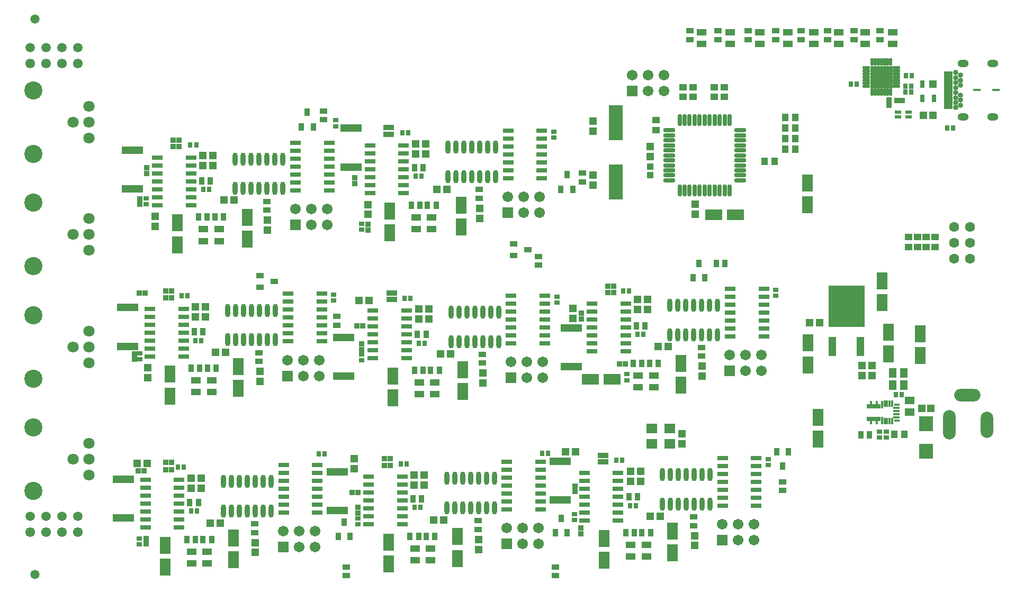
<source format=gts>
G04*
G04 #@! TF.GenerationSoftware,Altium Limited,Altium Designer,19.1.6 (110)*
G04*
G04 Layer_Color=8388736*
%FSLAX25Y25*%
%MOIN*%
G70*
G01*
G75*
%ADD60R,0.08871X0.09461*%
%ADD61R,0.04934X0.03359*%
%ADD62R,0.04698X0.03635*%
%ADD63R,0.03241X0.03241*%
%ADD64R,0.03241X0.03241*%
%ADD65R,0.04934X0.06312*%
%ADD66R,0.06312X0.04343*%
%ADD67R,0.06902X0.03162*%
%ADD68R,0.03241X0.03084*%
%ADD69R,0.13792X0.04934*%
%ADD70R,0.03084X0.03241*%
%ADD71R,0.04540X0.04737*%
%ADD72R,0.03359X0.04934*%
%ADD73R,0.06312X0.04934*%
%ADD74R,0.04737X0.04737*%
%ADD75R,0.09068X0.03162*%
%ADD76R,0.01587X0.05131*%
%ADD77R,0.01587X0.03950*%
%ADD78R,0.03950X0.01784*%
%ADD79R,0.03556X0.01784*%
%ADD80R,0.04343X0.02375*%
%ADD81R,0.13989X0.13989*%
%ADD82O,0.04934X0.01981*%
%ADD83O,0.01981X0.04934*%
%ADD84R,0.22650X0.26391*%
%ADD85R,0.04737X0.12020*%
%ADD86R,0.07099X0.10839*%
%ADD87R,0.04737X0.04540*%
%ADD88R,0.03635X0.04698*%
%ADD89R,0.04343X0.04737*%
%ADD90R,0.05524X0.01981*%
%ADD91R,0.04737X0.01587*%
%ADD92O,0.02965X0.07690*%
%ADD93O,0.07690X0.02965*%
%ADD94R,0.10839X0.07099*%
%ADD95O,0.03162X0.08280*%
%ADD96R,0.04343X0.03950*%
%ADD97R,0.04737X0.04343*%
%ADD98R,0.03162X0.04737*%
%ADD99R,0.08674X0.22453*%
%ADD100R,0.07099X0.06115*%
%ADD101C,0.11430*%
%ADD102C,0.07099*%
%ADD103C,0.06115*%
%ADD104C,0.05918*%
%ADD105O,0.07887X0.18517*%
%ADD106O,0.16548X0.07887*%
%ADD107O,0.07887X0.16548*%
%ADD108C,0.03359*%
%ADD109O,0.07099X0.04737*%
%ADD110R,0.06706X0.06706*%
%ADD111C,0.06706*%
%ADD112C,0.05800*%
%ADD113C,0.06312*%
D60*
X673364Y237194D02*
D03*
Y254517D02*
D03*
D61*
X413660Y367717D02*
D03*
Y360236D02*
D03*
X422715Y363976D02*
D03*
X263071Y344094D02*
D03*
X254016Y340354D02*
D03*
Y347835D02*
D03*
D62*
X457049Y412284D02*
D03*
Y406850D02*
D03*
X524803Y496496D02*
D03*
Y501929D02*
D03*
X594882Y496496D02*
D03*
Y501929D02*
D03*
X611417Y496496D02*
D03*
Y501929D02*
D03*
X542520Y496496D02*
D03*
Y501929D02*
D03*
X627953Y496496D02*
D03*
Y501929D02*
D03*
X561417Y496496D02*
D03*
Y501929D02*
D03*
X644488Y496496D02*
D03*
Y501929D02*
D03*
X578740Y496496D02*
D03*
Y501929D02*
D03*
X302362Y321882D02*
D03*
Y316449D02*
D03*
X294094Y446102D02*
D03*
Y451535D02*
D03*
X429528Y354370D02*
D03*
Y359803D02*
D03*
X308261Y158701D02*
D03*
Y164134D02*
D03*
X439961Y158701D02*
D03*
Y164134D02*
D03*
X583090Y212244D02*
D03*
Y217677D02*
D03*
X392126Y401929D02*
D03*
Y396496D02*
D03*
X394094Y297992D02*
D03*
Y292559D02*
D03*
X250787Y191299D02*
D03*
Y185866D02*
D03*
X258268Y394449D02*
D03*
Y389016D02*
D03*
X253543Y299173D02*
D03*
Y293740D02*
D03*
X391339Y193268D02*
D03*
Y187835D02*
D03*
X531890Y302323D02*
D03*
Y296890D02*
D03*
X527165Y195630D02*
D03*
Y190197D02*
D03*
D63*
X178425Y392638D02*
D03*
Y396181D02*
D03*
X322047Y376457D02*
D03*
Y380000D02*
D03*
X318189Y304720D02*
D03*
Y301177D02*
D03*
X175026Y294976D02*
D03*
Y298519D02*
D03*
X182283Y178543D02*
D03*
Y182087D02*
D03*
X315638Y201711D02*
D03*
Y198168D02*
D03*
X455905Y185039D02*
D03*
Y188583D02*
D03*
X182677Y412045D02*
D03*
Y415588D02*
D03*
X313779Y405709D02*
D03*
Y409252D02*
D03*
X452362Y215158D02*
D03*
Y211614D02*
D03*
X456299Y320472D02*
D03*
Y324016D02*
D03*
X650000Y454921D02*
D03*
Y458465D02*
D03*
D64*
X480547Y292129D02*
D03*
X484091D02*
D03*
X202953Y433071D02*
D03*
X199409D02*
D03*
X336811Y440945D02*
D03*
X333268D02*
D03*
X338779Y336614D02*
D03*
X335236D02*
D03*
X198228Y338189D02*
D03*
X194685D02*
D03*
X198228Y229921D02*
D03*
X194685D02*
D03*
X336024Y232283D02*
D03*
X332480D02*
D03*
X476575Y341142D02*
D03*
X473032D02*
D03*
X471850Y234456D02*
D03*
X468307D02*
D03*
X202953Y429134D02*
D03*
X199409D02*
D03*
X336811Y436614D02*
D03*
X333268D02*
D03*
X338779Y332677D02*
D03*
X335236D02*
D03*
X198228Y333858D02*
D03*
X194685D02*
D03*
X198228Y225500D02*
D03*
X194685D02*
D03*
X336024Y227953D02*
D03*
X332480D02*
D03*
X476575Y337008D02*
D03*
X473032D02*
D03*
X471850Y230315D02*
D03*
X468307D02*
D03*
X318701Y315898D02*
D03*
X315158D02*
D03*
X178150Y336614D02*
D03*
X181693D02*
D03*
X177495Y224803D02*
D03*
X181039D02*
D03*
X315748Y210906D02*
D03*
X312205D02*
D03*
X658465Y457874D02*
D03*
X654921D02*
D03*
D65*
X659465Y278740D02*
D03*
X652378D02*
D03*
X652362Y286221D02*
D03*
X659449D02*
D03*
D66*
X532205Y493720D02*
D03*
Y501200D02*
D03*
X602598Y493720D02*
D03*
Y501200D02*
D03*
X618504Y493720D02*
D03*
Y501200D02*
D03*
X550079Y493720D02*
D03*
Y501200D02*
D03*
X635197Y493720D02*
D03*
Y501200D02*
D03*
X568740Y493720D02*
D03*
Y501200D02*
D03*
X652283Y493720D02*
D03*
Y501200D02*
D03*
X586220Y493720D02*
D03*
Y501200D02*
D03*
X228346Y376969D02*
D03*
Y369488D02*
D03*
X362205Y384449D02*
D03*
Y376969D02*
D03*
X364173Y280512D02*
D03*
Y273031D02*
D03*
X223622Y281693D02*
D03*
Y274213D02*
D03*
X220866Y173819D02*
D03*
Y166339D02*
D03*
X361417Y175787D02*
D03*
Y168307D02*
D03*
X501968Y284842D02*
D03*
Y277362D02*
D03*
X497244Y178150D02*
D03*
Y170669D02*
D03*
X218504Y376969D02*
D03*
Y369488D02*
D03*
X352362Y384449D02*
D03*
Y376969D02*
D03*
X354331Y280512D02*
D03*
Y273031D02*
D03*
X213779Y281693D02*
D03*
Y274213D02*
D03*
X211024Y173819D02*
D03*
Y166339D02*
D03*
X351575Y175787D02*
D03*
Y168307D02*
D03*
X492126Y284842D02*
D03*
Y277362D02*
D03*
X487402Y178150D02*
D03*
Y170669D02*
D03*
D67*
X210630Y392087D02*
D03*
Y397087D02*
D03*
Y402087D02*
D03*
Y407087D02*
D03*
Y412087D02*
D03*
Y417087D02*
D03*
Y422087D02*
D03*
X189370Y392087D02*
D03*
Y397087D02*
D03*
Y402087D02*
D03*
Y407087D02*
D03*
Y412087D02*
D03*
Y417087D02*
D03*
Y422087D02*
D03*
X205906Y296811D02*
D03*
Y301811D02*
D03*
Y306811D02*
D03*
Y311811D02*
D03*
Y316811D02*
D03*
Y321811D02*
D03*
Y326811D02*
D03*
X184646Y296811D02*
D03*
Y301811D02*
D03*
Y306811D02*
D03*
Y311811D02*
D03*
Y316811D02*
D03*
Y321811D02*
D03*
Y326811D02*
D03*
X297638Y401535D02*
D03*
Y406535D02*
D03*
Y411535D02*
D03*
Y416535D02*
D03*
Y421535D02*
D03*
Y426535D02*
D03*
Y431535D02*
D03*
X276378Y401535D02*
D03*
Y406535D02*
D03*
Y411535D02*
D03*
Y416535D02*
D03*
Y421535D02*
D03*
Y426535D02*
D03*
Y431535D02*
D03*
X433465Y305079D02*
D03*
Y310079D02*
D03*
Y315079D02*
D03*
Y320079D02*
D03*
Y325079D02*
D03*
Y330079D02*
D03*
Y335079D02*
D03*
X412205Y305079D02*
D03*
Y310079D02*
D03*
Y315079D02*
D03*
Y320079D02*
D03*
Y325079D02*
D03*
Y330079D02*
D03*
Y335079D02*
D03*
X290158Y198386D02*
D03*
Y203386D02*
D03*
Y208386D02*
D03*
Y213386D02*
D03*
Y218386D02*
D03*
Y223386D02*
D03*
Y228386D02*
D03*
X268898Y198386D02*
D03*
Y203386D02*
D03*
Y208386D02*
D03*
Y213386D02*
D03*
Y218386D02*
D03*
Y223386D02*
D03*
Y228386D02*
D03*
X430709Y200354D02*
D03*
Y205354D02*
D03*
Y210354D02*
D03*
Y215354D02*
D03*
Y220354D02*
D03*
Y225354D02*
D03*
Y230354D02*
D03*
X409449Y200354D02*
D03*
Y205354D02*
D03*
Y210354D02*
D03*
Y215354D02*
D03*
Y220354D02*
D03*
Y225354D02*
D03*
Y230354D02*
D03*
X323228Y429567D02*
D03*
Y424567D02*
D03*
Y419567D02*
D03*
Y414567D02*
D03*
Y409567D02*
D03*
Y404567D02*
D03*
Y399567D02*
D03*
X344488Y429567D02*
D03*
Y424567D02*
D03*
Y419567D02*
D03*
Y414567D02*
D03*
Y409567D02*
D03*
Y404567D02*
D03*
Y399567D02*
D03*
X410236Y439016D02*
D03*
Y434016D02*
D03*
Y429016D02*
D03*
Y424016D02*
D03*
Y419016D02*
D03*
Y414016D02*
D03*
Y409016D02*
D03*
X431496Y439016D02*
D03*
Y434016D02*
D03*
Y429016D02*
D03*
Y424016D02*
D03*
Y419016D02*
D03*
Y414016D02*
D03*
Y409016D02*
D03*
X545276Y232716D02*
D03*
Y227716D02*
D03*
Y222716D02*
D03*
Y217717D02*
D03*
Y212717D02*
D03*
Y207716D02*
D03*
Y202716D02*
D03*
X566535Y232716D02*
D03*
Y227716D02*
D03*
Y222716D02*
D03*
Y217717D02*
D03*
Y212717D02*
D03*
Y207716D02*
D03*
Y202716D02*
D03*
X550000Y339409D02*
D03*
Y334409D02*
D03*
Y329410D02*
D03*
Y324410D02*
D03*
Y319409D02*
D03*
Y314409D02*
D03*
Y309409D02*
D03*
X571260Y339409D02*
D03*
Y334409D02*
D03*
Y329410D02*
D03*
Y324410D02*
D03*
Y319409D02*
D03*
Y314409D02*
D03*
Y309409D02*
D03*
X271654Y336260D02*
D03*
Y331260D02*
D03*
Y326260D02*
D03*
Y321260D02*
D03*
Y316260D02*
D03*
Y311260D02*
D03*
Y306260D02*
D03*
X292913Y336260D02*
D03*
Y331260D02*
D03*
Y326260D02*
D03*
Y321260D02*
D03*
Y316260D02*
D03*
Y311260D02*
D03*
Y306260D02*
D03*
X458268Y223268D02*
D03*
Y218268D02*
D03*
Y213268D02*
D03*
Y208268D02*
D03*
Y203268D02*
D03*
Y198268D02*
D03*
Y193268D02*
D03*
X479528Y223268D02*
D03*
Y218268D02*
D03*
Y213268D02*
D03*
Y208268D02*
D03*
Y203268D02*
D03*
Y198268D02*
D03*
Y193268D02*
D03*
X181890Y218937D02*
D03*
Y213937D02*
D03*
Y208937D02*
D03*
Y203937D02*
D03*
Y198937D02*
D03*
Y193937D02*
D03*
Y188937D02*
D03*
X203150Y218937D02*
D03*
Y213937D02*
D03*
Y208937D02*
D03*
Y203937D02*
D03*
Y198937D02*
D03*
Y193937D02*
D03*
Y188937D02*
D03*
X325197Y325630D02*
D03*
Y320630D02*
D03*
Y315630D02*
D03*
Y310630D02*
D03*
Y305630D02*
D03*
Y300630D02*
D03*
Y295630D02*
D03*
X346457Y325630D02*
D03*
Y320630D02*
D03*
Y315630D02*
D03*
Y310630D02*
D03*
Y305630D02*
D03*
Y300630D02*
D03*
Y295630D02*
D03*
X322441Y220905D02*
D03*
Y215905D02*
D03*
Y210906D02*
D03*
Y205906D02*
D03*
Y200905D02*
D03*
Y195905D02*
D03*
Y190905D02*
D03*
X343701Y220905D02*
D03*
Y215905D02*
D03*
Y210906D02*
D03*
Y205906D02*
D03*
Y200905D02*
D03*
Y195905D02*
D03*
Y190905D02*
D03*
X462992Y329961D02*
D03*
Y324961D02*
D03*
Y319961D02*
D03*
Y314961D02*
D03*
Y309961D02*
D03*
Y304961D02*
D03*
Y299961D02*
D03*
X484252Y329961D02*
D03*
Y324961D02*
D03*
Y319961D02*
D03*
Y314961D02*
D03*
Y309961D02*
D03*
Y304961D02*
D03*
Y299961D02*
D03*
D68*
X178347Y295039D02*
D03*
Y298740D02*
D03*
X182283Y392638D02*
D03*
Y396339D02*
D03*
X318189Y376650D02*
D03*
Y380350D02*
D03*
X318110Y294246D02*
D03*
Y297946D02*
D03*
X178150Y178465D02*
D03*
Y182165D02*
D03*
X315638Y191063D02*
D03*
Y194764D02*
D03*
X451968Y193819D02*
D03*
Y197520D02*
D03*
X485039Y281850D02*
D03*
Y285551D02*
D03*
X644095Y245787D02*
D03*
Y249488D02*
D03*
X648425D02*
D03*
Y245787D02*
D03*
X301589Y445551D02*
D03*
Y441850D02*
D03*
X438976Y438465D02*
D03*
Y434764D02*
D03*
X440945Y334528D02*
D03*
Y330827D02*
D03*
X300394Y335709D02*
D03*
Y332008D02*
D03*
X578740Y338858D02*
D03*
Y335157D02*
D03*
X574016Y232165D02*
D03*
Y228465D02*
D03*
D69*
X173622Y402362D02*
D03*
Y426772D02*
D03*
X311417Y416142D02*
D03*
Y440551D02*
D03*
X306693Y284252D02*
D03*
Y308661D02*
D03*
X170783Y303150D02*
D03*
Y327559D02*
D03*
X168110Y194882D02*
D03*
Y219291D02*
D03*
X302756Y199606D02*
D03*
Y224016D02*
D03*
X450000Y314651D02*
D03*
Y290242D02*
D03*
X442913Y206295D02*
D03*
Y230705D02*
D03*
D70*
X213914Y429961D02*
D03*
X210214D02*
D03*
X348701Y333465D02*
D03*
X345000D02*
D03*
X208543Y335039D02*
D03*
X204842D02*
D03*
X206181Y227165D02*
D03*
X202480D02*
D03*
X346339Y229134D02*
D03*
X342638D02*
D03*
X482165Y231496D02*
D03*
X478465D02*
D03*
X690433Y440736D02*
D03*
X686732D02*
D03*
X664055Y467114D02*
D03*
X660354D02*
D03*
X664350Y473622D02*
D03*
X660650D02*
D03*
X660354Y463290D02*
D03*
X664055D02*
D03*
X629803Y468307D02*
D03*
X626102D02*
D03*
X658135Y272654D02*
D03*
X654435D02*
D03*
X218228Y401968D02*
D03*
X221929D02*
D03*
X352087Y410236D02*
D03*
X355787D02*
D03*
X354055Y305118D02*
D03*
X357756D02*
D03*
X213504Y306693D02*
D03*
X217205D02*
D03*
X210748Y199213D02*
D03*
X214449D02*
D03*
X351299Y201575D02*
D03*
X355000D02*
D03*
X491850Y310630D02*
D03*
X495551D02*
D03*
X487126Y202756D02*
D03*
X490827D02*
D03*
X294646Y235311D02*
D03*
X290945D02*
D03*
X435310Y235620D02*
D03*
X431609D02*
D03*
X343819Y437795D02*
D03*
X347520D02*
D03*
X482795Y338189D02*
D03*
X486496D02*
D03*
D71*
X231496Y395276D02*
D03*
X237795D02*
D03*
X365354Y402087D02*
D03*
X371654D02*
D03*
X367717Y298425D02*
D03*
X374016D02*
D03*
X225984Y299213D02*
D03*
X232283D02*
D03*
X222835Y191732D02*
D03*
X229134D02*
D03*
X363386Y193701D02*
D03*
X369685D02*
D03*
X499606Y196063D02*
D03*
X505905D02*
D03*
X504724Y303150D02*
D03*
X511024D02*
D03*
X446457Y236614D02*
D03*
X452756D02*
D03*
X357480Y215748D02*
D03*
X351181D02*
D03*
X357480Y222047D02*
D03*
X351181D02*
D03*
X498032Y326378D02*
D03*
X491732D02*
D03*
X498032Y332677D02*
D03*
X491732D02*
D03*
X219685Y327953D02*
D03*
X213386D02*
D03*
X219685Y321654D02*
D03*
X213386D02*
D03*
X216929Y213779D02*
D03*
X210630D02*
D03*
X216929Y220079D02*
D03*
X210630D02*
D03*
X183071Y229527D02*
D03*
X176772D02*
D03*
X360236Y320472D02*
D03*
X353937D02*
D03*
X360236Y326772D02*
D03*
X353937D02*
D03*
X322835Y332008D02*
D03*
X316535D02*
D03*
X358268Y430709D02*
D03*
X351969D02*
D03*
X358268Y424409D02*
D03*
X351969D02*
D03*
X224410Y423228D02*
D03*
X218110D02*
D03*
X224410Y416929D02*
D03*
X218110D02*
D03*
X493701Y218110D02*
D03*
X487402D02*
D03*
X493701Y224409D02*
D03*
X487402D02*
D03*
X600197Y318110D02*
D03*
X606496D02*
D03*
D72*
X303346Y183307D02*
D03*
X310827D02*
D03*
X307087Y192362D02*
D03*
X439961Y185669D02*
D03*
X447441D02*
D03*
X443701Y194724D02*
D03*
X283858Y450591D02*
D03*
X287598Y441535D02*
D03*
X280118D02*
D03*
X447244Y411221D02*
D03*
X450984Y402165D02*
D03*
X443504D02*
D03*
X530391Y355528D02*
D03*
X534131Y346472D02*
D03*
X526650D02*
D03*
X583071Y227756D02*
D03*
X579331Y236811D02*
D03*
X586811D02*
D03*
D73*
X662992Y261811D02*
D03*
Y268898D02*
D03*
D74*
X670581Y264085D02*
D03*
X676487D02*
D03*
X671850Y448819D02*
D03*
X677756D02*
D03*
Y468307D02*
D03*
D75*
X640354Y257480D02*
D03*
Y265354D02*
D03*
D76*
X638583Y266339D02*
D03*
X642520D02*
D03*
X638583Y256496D02*
D03*
X642520D02*
D03*
X645669D02*
D03*
Y266339D02*
D03*
D77*
X647244Y255906D02*
D03*
X648819D02*
D03*
X650394D02*
D03*
X651968D02*
D03*
Y266929D02*
D03*
X650394D02*
D03*
X648819D02*
D03*
X647244D02*
D03*
D78*
X654724Y260433D02*
D03*
Y258465D02*
D03*
Y262402D02*
D03*
Y264370D02*
D03*
D79*
X654921Y256496D02*
D03*
Y266339D02*
D03*
D80*
X662402Y450787D02*
D03*
Y447638D02*
D03*
X655709Y450787D02*
D03*
Y447638D02*
D03*
D81*
X645276Y472835D02*
D03*
D82*
X635827Y466929D02*
D03*
Y468898D02*
D03*
Y470866D02*
D03*
Y472835D02*
D03*
Y474803D02*
D03*
Y476772D02*
D03*
Y478740D02*
D03*
X654724D02*
D03*
Y476772D02*
D03*
Y474803D02*
D03*
Y472835D02*
D03*
Y470866D02*
D03*
Y468898D02*
D03*
Y466929D02*
D03*
D83*
X639370Y482283D02*
D03*
X641339D02*
D03*
X643307D02*
D03*
X645276D02*
D03*
X647244D02*
D03*
X649213D02*
D03*
X651181D02*
D03*
Y463386D02*
D03*
X649213D02*
D03*
X647244D02*
D03*
X645276D02*
D03*
X643307D02*
D03*
X641339D02*
D03*
X639370D02*
D03*
D84*
X623228Y328465D02*
D03*
D85*
X632205Y303071D02*
D03*
X614252D02*
D03*
D86*
X669614Y311008D02*
D03*
Y297228D02*
D03*
X599213Y291535D02*
D03*
Y305315D02*
D03*
X513740Y172874D02*
D03*
Y186653D02*
D03*
X470866Y182087D02*
D03*
Y168307D02*
D03*
X335039Y179724D02*
D03*
Y165945D02*
D03*
X378346Y169488D02*
D03*
Y183268D02*
D03*
X518898Y278740D02*
D03*
Y292520D02*
D03*
X240551Y276575D02*
D03*
Y290354D02*
D03*
X197244Y285630D02*
D03*
Y271850D02*
D03*
X194488Y177756D02*
D03*
Y163976D02*
D03*
X237402Y168701D02*
D03*
Y182480D02*
D03*
X337795Y284449D02*
D03*
Y270669D02*
D03*
X381614Y274606D02*
D03*
Y288386D02*
D03*
X380669Y378221D02*
D03*
Y392000D02*
D03*
X335827Y388386D02*
D03*
Y374606D02*
D03*
X246063Y370740D02*
D03*
Y384520D02*
D03*
X201969Y380906D02*
D03*
Y367126D02*
D03*
X645571Y330610D02*
D03*
Y344390D02*
D03*
X598819Y406102D02*
D03*
Y392323D02*
D03*
X649606Y312008D02*
D03*
Y298228D02*
D03*
X605512Y258413D02*
D03*
Y244634D02*
D03*
D87*
X639370Y290945D02*
D03*
Y284646D02*
D03*
X499606Y422850D02*
D03*
Y429150D02*
D03*
X528000Y386350D02*
D03*
Y392650D02*
D03*
X258661Y382677D02*
D03*
Y376378D02*
D03*
X392520Y390158D02*
D03*
Y383858D02*
D03*
X394488Y286221D02*
D03*
Y279921D02*
D03*
X253937Y287402D02*
D03*
Y281102D02*
D03*
X251181Y179528D02*
D03*
Y173228D02*
D03*
X391732Y181496D02*
D03*
Y175197D02*
D03*
X532283Y290551D02*
D03*
Y284252D02*
D03*
X527559Y183858D02*
D03*
Y177559D02*
D03*
X313289Y232283D02*
D03*
Y225984D02*
D03*
X451181Y327165D02*
D03*
Y320866D02*
D03*
X183465Y283465D02*
D03*
Y289764D02*
D03*
X322047Y386221D02*
D03*
Y392520D02*
D03*
X188189Y378740D02*
D03*
Y385039D02*
D03*
X632953Y284803D02*
D03*
Y291102D02*
D03*
X463779Y404724D02*
D03*
Y411024D02*
D03*
Y438583D02*
D03*
Y444882D02*
D03*
X519791Y248139D02*
D03*
Y241840D02*
D03*
D88*
X632323Y247244D02*
D03*
X637756D02*
D03*
X546811Y355512D02*
D03*
X541378D02*
D03*
X489724Y185827D02*
D03*
X484291D02*
D03*
X499961D02*
D03*
X494527D02*
D03*
X364134Y183465D02*
D03*
X358701D02*
D03*
X353898D02*
D03*
X348465D02*
D03*
X504685Y292520D02*
D03*
X499252D02*
D03*
X494449D02*
D03*
X489016D02*
D03*
X216102Y289370D02*
D03*
X210669D02*
D03*
X226339D02*
D03*
X220905D02*
D03*
X223583Y181496D02*
D03*
X218150D02*
D03*
X213346D02*
D03*
X207913D02*
D03*
X366890Y288189D02*
D03*
X361457D02*
D03*
X356653D02*
D03*
X351220D02*
D03*
X354685Y392126D02*
D03*
X349252D02*
D03*
X364921D02*
D03*
X359488D02*
D03*
X220827Y384646D02*
D03*
X215394D02*
D03*
X231063D02*
D03*
X225630D02*
D03*
X351220Y415748D02*
D03*
X356653D02*
D03*
X353189Y310630D02*
D03*
X358622D02*
D03*
X209882Y204724D02*
D03*
X215315D02*
D03*
X217362Y407480D02*
D03*
X222795D02*
D03*
X212638Y312205D02*
D03*
X218071D02*
D03*
X350433Y207087D02*
D03*
X355866D02*
D03*
X490984Y316142D02*
D03*
X496417D02*
D03*
X486260Y208268D02*
D03*
X491693D02*
D03*
D89*
X659842Y247638D02*
D03*
X653543D02*
D03*
X584602Y447429D02*
D03*
X590902D02*
D03*
X584602Y440736D02*
D03*
X590902D02*
D03*
X584602Y434043D02*
D03*
X590902D02*
D03*
X584602Y427350D02*
D03*
X590902D02*
D03*
X577953Y419685D02*
D03*
X571654D02*
D03*
D90*
X687284Y475394D02*
D03*
Y473425D02*
D03*
Y471457D02*
D03*
Y469488D02*
D03*
Y467520D02*
D03*
Y465551D02*
D03*
Y463583D02*
D03*
Y461614D02*
D03*
Y459646D02*
D03*
Y457677D02*
D03*
Y455709D02*
D03*
Y453740D02*
D03*
D91*
X717520Y464567D02*
D03*
X705315D02*
D03*
D92*
X518252Y401256D02*
D03*
X521402D02*
D03*
X524551D02*
D03*
X527701D02*
D03*
X530850D02*
D03*
X534000D02*
D03*
X537150D02*
D03*
X540299D02*
D03*
X543449D02*
D03*
X546598D02*
D03*
X549748D02*
D03*
Y445744D02*
D03*
X546598D02*
D03*
X543449D02*
D03*
X540299D02*
D03*
X537150D02*
D03*
X534000D02*
D03*
X530850D02*
D03*
X527701D02*
D03*
X524551D02*
D03*
X521402D02*
D03*
X518252D02*
D03*
D93*
X556244Y407752D02*
D03*
Y410902D02*
D03*
Y414051D02*
D03*
Y417201D02*
D03*
Y420350D02*
D03*
Y423500D02*
D03*
Y426650D02*
D03*
Y429799D02*
D03*
Y432949D02*
D03*
Y436098D02*
D03*
Y439248D02*
D03*
X511756D02*
D03*
Y436098D02*
D03*
Y432949D02*
D03*
Y429799D02*
D03*
Y426650D02*
D03*
Y423500D02*
D03*
Y420350D02*
D03*
Y417201D02*
D03*
Y414051D02*
D03*
Y410902D02*
D03*
Y407752D02*
D03*
D94*
X553390Y386000D02*
D03*
X539610D02*
D03*
X462008Y282354D02*
D03*
X475787D02*
D03*
D95*
X537441Y222244D02*
D03*
X532441D02*
D03*
X527441D02*
D03*
X522441D02*
D03*
X517441D02*
D03*
X512441D02*
D03*
X507441D02*
D03*
X537441Y203740D02*
D03*
X532441D02*
D03*
X527441D02*
D03*
X522441D02*
D03*
X517441D02*
D03*
X512441D02*
D03*
X507441D02*
D03*
X401614Y219882D02*
D03*
X396614D02*
D03*
X391614D02*
D03*
X386614D02*
D03*
X381614D02*
D03*
X376614D02*
D03*
X371614D02*
D03*
X401614Y201378D02*
D03*
X396614D02*
D03*
X391614D02*
D03*
X386614D02*
D03*
X381614D02*
D03*
X376614D02*
D03*
X371614D02*
D03*
X542165Y328937D02*
D03*
X537165D02*
D03*
X532165D02*
D03*
X527165D02*
D03*
X522165D02*
D03*
X517165D02*
D03*
X512165D02*
D03*
X542165Y310433D02*
D03*
X537165D02*
D03*
X532165D02*
D03*
X527165D02*
D03*
X522165D02*
D03*
X517165D02*
D03*
X512165D02*
D03*
X263819Y325787D02*
D03*
X258819D02*
D03*
X253819D02*
D03*
X248819D02*
D03*
X243819D02*
D03*
X238819D02*
D03*
X233819D02*
D03*
X263819Y307283D02*
D03*
X258819D02*
D03*
X253819D02*
D03*
X248819D02*
D03*
X243819D02*
D03*
X238819D02*
D03*
X233819D02*
D03*
X261063Y217913D02*
D03*
X256063D02*
D03*
X251063D02*
D03*
X246063D02*
D03*
X241063D02*
D03*
X236063D02*
D03*
X231063D02*
D03*
X261063Y199409D02*
D03*
X256063D02*
D03*
X251063D02*
D03*
X246063D02*
D03*
X241063D02*
D03*
X236063D02*
D03*
X231063D02*
D03*
X404370Y324606D02*
D03*
X399370D02*
D03*
X394370D02*
D03*
X389370D02*
D03*
X384370D02*
D03*
X379370D02*
D03*
X374370D02*
D03*
X404370Y306102D02*
D03*
X399370D02*
D03*
X394370D02*
D03*
X389370D02*
D03*
X384370D02*
D03*
X379370D02*
D03*
X374370D02*
D03*
X402402Y428543D02*
D03*
X397402D02*
D03*
X392402D02*
D03*
X387402D02*
D03*
X382402D02*
D03*
X377402D02*
D03*
X372402D02*
D03*
X402402Y410039D02*
D03*
X397402D02*
D03*
X392402D02*
D03*
X387402D02*
D03*
X382402D02*
D03*
X377402D02*
D03*
X372402D02*
D03*
X268543Y421063D02*
D03*
X263543D02*
D03*
X258543D02*
D03*
X253543D02*
D03*
X248543D02*
D03*
X243543D02*
D03*
X238543D02*
D03*
X268543Y402559D02*
D03*
X263543D02*
D03*
X258543D02*
D03*
X253543D02*
D03*
X248543D02*
D03*
X243543D02*
D03*
X238543D02*
D03*
D96*
X499606Y416535D02*
D03*
Y411024D02*
D03*
D97*
X662500Y365850D02*
D03*
Y372150D02*
D03*
X673500Y365850D02*
D03*
Y372150D02*
D03*
X679000Y365850D02*
D03*
Y372150D02*
D03*
X668167Y365850D02*
D03*
Y372150D02*
D03*
X520472Y460236D02*
D03*
Y466535D02*
D03*
X526772Y460236D02*
D03*
Y466535D02*
D03*
X540158Y460236D02*
D03*
Y466535D02*
D03*
X546500Y460236D02*
D03*
Y466535D02*
D03*
X503543Y439370D02*
D03*
Y445669D02*
D03*
D98*
X678543Y459252D02*
D03*
X671063D02*
D03*
Y468307D02*
D03*
D99*
X478063Y406799D02*
D03*
Y444201D02*
D03*
D100*
X512000Y241568D02*
D03*
Y251411D02*
D03*
X500583D02*
D03*
Y241568D02*
D03*
D101*
X111456Y353646D02*
D03*
Y393647D02*
D03*
Y282780D02*
D03*
Y322780D02*
D03*
Y424513D02*
D03*
Y464513D02*
D03*
Y211914D02*
D03*
Y251914D02*
D03*
D102*
X146456Y363647D02*
D03*
Y373646D02*
D03*
Y383646D02*
D03*
X136456Y373646D02*
D03*
X146456Y292780D02*
D03*
Y302780D02*
D03*
Y312780D02*
D03*
X136456Y302780D02*
D03*
X146456Y434513D02*
D03*
Y444513D02*
D03*
Y454513D02*
D03*
X136456Y444513D02*
D03*
X146456Y221914D02*
D03*
Y231914D02*
D03*
Y241914D02*
D03*
X136456Y231914D02*
D03*
D103*
X109449Y186063D02*
D03*
X119449D02*
D03*
X129449D02*
D03*
X139449D02*
D03*
X109409Y481220D02*
D03*
X119409D02*
D03*
X129409D02*
D03*
X139409D02*
D03*
D104*
X109449Y196063D02*
D03*
X119449D02*
D03*
X129449D02*
D03*
X139449D02*
D03*
X109409Y491221D02*
D03*
X119409D02*
D03*
X129409D02*
D03*
X139409D02*
D03*
D105*
X687992Y253543D02*
D03*
D106*
X699409Y272441D02*
D03*
D107*
X711811Y253543D02*
D03*
D108*
X692205Y462992D02*
D03*
Y466142D02*
D03*
Y459842D02*
D03*
Y469291D02*
D03*
Y456693D02*
D03*
Y472441D02*
D03*
Y453543D02*
D03*
Y475591D02*
D03*
X694961Y461417D02*
D03*
Y467717D02*
D03*
Y458268D02*
D03*
Y470866D02*
D03*
Y455118D02*
D03*
Y474016D02*
D03*
D109*
X696732Y481378D02*
D03*
Y447756D02*
D03*
X715354Y481378D02*
D03*
Y447756D02*
D03*
D110*
X488500Y464000D02*
D03*
X545118Y180945D02*
D03*
X409291Y178583D02*
D03*
X549843Y287638D02*
D03*
X271500Y284500D02*
D03*
X268740Y176614D02*
D03*
X412047Y283307D02*
D03*
X410079Y387244D02*
D03*
X276220Y379764D02*
D03*
D111*
X488500Y474000D02*
D03*
X498500Y464000D02*
D03*
Y474000D02*
D03*
X508500Y464000D02*
D03*
Y474000D02*
D03*
X545118Y190945D02*
D03*
X555118Y180945D02*
D03*
Y190945D02*
D03*
X565118Y180945D02*
D03*
Y190945D02*
D03*
X409291Y188583D02*
D03*
X419291Y178583D02*
D03*
Y188583D02*
D03*
X429291Y178583D02*
D03*
Y188583D02*
D03*
X549843Y297638D02*
D03*
X559842Y287638D02*
D03*
Y297638D02*
D03*
X569842Y287638D02*
D03*
Y297638D02*
D03*
X271500Y294500D02*
D03*
X281500Y284500D02*
D03*
Y294500D02*
D03*
X291500Y284500D02*
D03*
Y294500D02*
D03*
X268740Y186614D02*
D03*
X278740Y176614D02*
D03*
Y186614D02*
D03*
X288740Y176614D02*
D03*
Y186614D02*
D03*
X412047Y293307D02*
D03*
X422047Y283307D02*
D03*
Y293307D02*
D03*
X432047Y283307D02*
D03*
Y293307D02*
D03*
X410079Y397244D02*
D03*
X420079Y387244D02*
D03*
Y397244D02*
D03*
X430079Y387244D02*
D03*
Y397244D02*
D03*
X276220Y389764D02*
D03*
X286221Y379764D02*
D03*
Y389764D02*
D03*
X296220Y379764D02*
D03*
Y389764D02*
D03*
D112*
X112425Y159500D02*
D03*
X112400Y509500D02*
D03*
D113*
X701023Y358500D02*
D03*
Y368500D02*
D03*
Y378500D02*
D03*
X691023D02*
D03*
Y368500D02*
D03*
Y358500D02*
D03*
M02*

</source>
